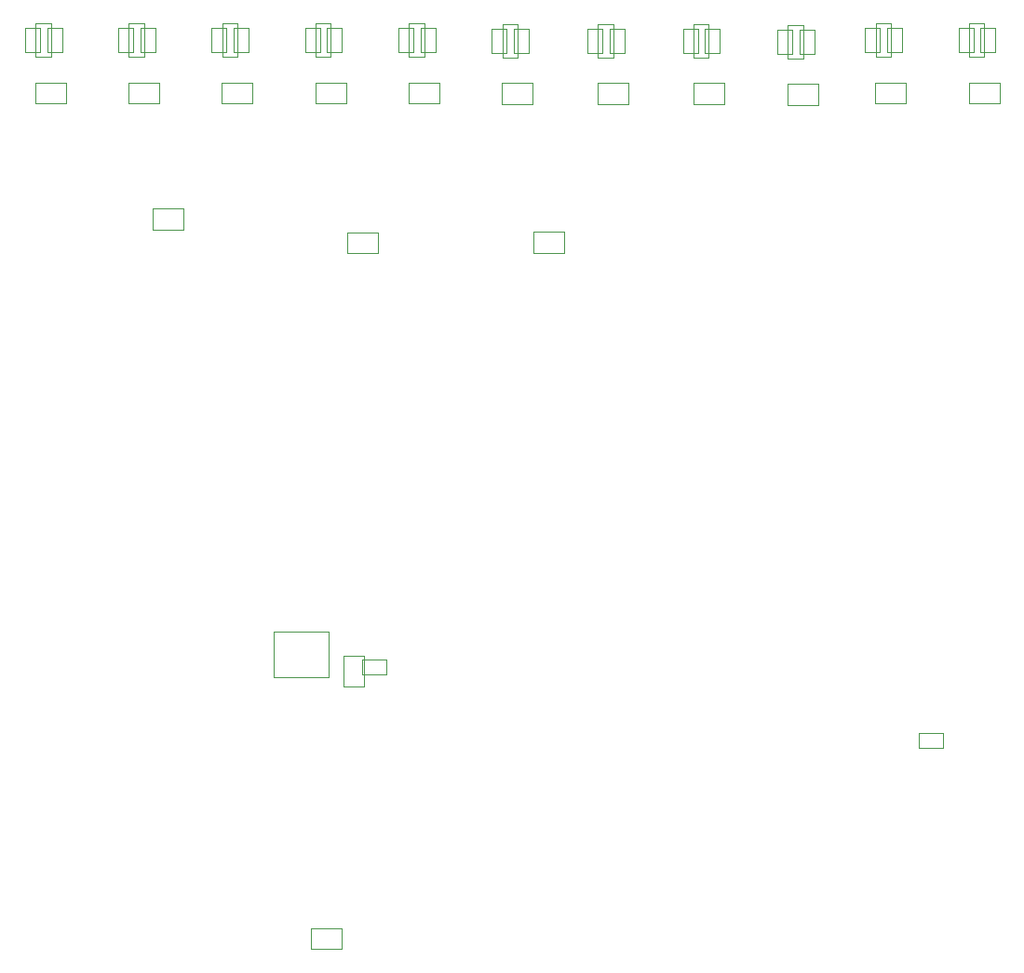
<source format=gbr>
%TF.GenerationSoftware,Altium Limited,Altium Designer,19.1.8 (144)*%
G04 Layer_Color=16711935*
%FSLAX26Y26*%
%MOIN*%
%TF.FileFunction,Other,Mechanical_13*%
%TF.Part,Single*%
G01*
G75*
%TA.AperFunction,NonConductor*%
%ADD50C,0.003937*%
D50*
X1743575Y1594488D02*
X1940425D01*
X1743575Y1755906D02*
X1940425D01*
X1743575Y1594488D02*
Y1755906D01*
X1940425Y1594488D02*
Y1755906D01*
X2059709Y1604425D02*
Y1657575D01*
X2146323Y1604425D02*
Y1657575D01*
X2059709Y1604425D02*
X2146323D01*
X2059709Y1657575D02*
X2146323D01*
X2782118Y3114598D02*
Y3189402D01*
X2671882Y3114598D02*
Y3189402D01*
X2782118D01*
X2671882Y3114598D02*
X2782118D01*
X1876882Y693402D02*
X1987118D01*
X1876882Y618598D02*
X1987118D01*
Y693402D01*
X1876882Y618598D02*
Y693402D01*
X2004882Y3112598D02*
X2115118D01*
X2004882Y3187402D02*
X2115118D01*
X2004882Y3112598D02*
Y3187402D01*
X2115118Y3112598D02*
Y3187402D01*
X1310158Y3197598D02*
X1420394D01*
X1310158Y3272402D02*
X1420394D01*
X1310158Y3197598D02*
Y3272402D01*
X1420394Y3197598D02*
Y3272402D01*
X2066402Y1558882D02*
Y1669118D01*
X1991598Y1558882D02*
Y1669118D01*
X2066402D01*
X1991598Y1558882D02*
X2066402D01*
X1667990Y3648598D02*
Y3723402D01*
X1557754Y3648598D02*
Y3723402D01*
Y3648598D02*
X1667990D01*
X1557754Y3723402D02*
X1667990D01*
X1333699Y3648598D02*
Y3723402D01*
X1223463Y3648598D02*
Y3723402D01*
Y3648598D02*
X1333699D01*
X1223463Y3723402D02*
X1333699D01*
X999409Y3648598D02*
Y3723402D01*
X889173Y3648598D02*
Y3723402D01*
Y3648598D02*
X999409D01*
X889173Y3723402D02*
X999409D01*
X852441Y3832417D02*
X905591D01*
X852441Y3919032D02*
X905591D01*
X852441Y3832417D02*
Y3919032D01*
X905591Y3832417D02*
Y3919032D01*
X1186732Y3832417D02*
X1239882D01*
X1186732Y3919032D02*
X1239882D01*
X1186732Y3832417D02*
Y3919032D01*
X1239882Y3832417D02*
Y3919032D01*
X1521023Y3832417D02*
X1574172D01*
X1521023Y3919032D02*
X1574172D01*
X1521023Y3832417D02*
Y3919032D01*
X1574172Y3832417D02*
Y3919032D01*
X1855313Y3832417D02*
X1908463D01*
X1855313Y3919032D02*
X1908463D01*
X1855313Y3832417D02*
Y3919032D01*
X1908463Y3832417D02*
Y3919032D01*
X2002281Y3648598D02*
Y3723402D01*
X1892044Y3648598D02*
Y3723402D01*
Y3648598D02*
X2002281D01*
X1892044Y3723402D02*
X2002281D01*
X2189604Y3832417D02*
X2242753D01*
X2189604Y3919032D02*
X2242753D01*
X2189604Y3832417D02*
Y3919032D01*
X2242753Y3832417D02*
Y3919032D01*
X3355733Y3647772D02*
Y3722575D01*
X3245497Y3647772D02*
Y3722575D01*
Y3647772D02*
X3355733D01*
X3245497Y3722575D02*
X3355733D01*
X4342315Y3648598D02*
Y3723402D01*
X4232078Y3648598D02*
Y3723402D01*
Y3648598D02*
X4342315D01*
X4232078Y3723402D02*
X4342315D01*
X4008024Y3648598D02*
Y3723402D01*
X3897788Y3648598D02*
Y3723402D01*
Y3648598D02*
X4008024D01*
X3897788Y3723402D02*
X4008024D01*
X3861057Y3832417D02*
X3914206D01*
X3861057Y3919032D02*
X3914206D01*
X3861057Y3832417D02*
Y3919032D01*
X3914206Y3832417D02*
Y3919032D01*
X4195347Y3832417D02*
X4248497D01*
X4195347Y3919032D02*
X4248497D01*
X4195347Y3832417D02*
Y3919032D01*
X4248497Y3832417D02*
Y3919032D01*
X3208766Y3831590D02*
X3261916D01*
X3208766Y3918205D02*
X3261916D01*
X3208766Y3831590D02*
Y3918205D01*
X3261916Y3831590D02*
Y3918205D01*
X2524134Y3831416D02*
X2577283D01*
X2524134Y3918030D02*
X2577283D01*
X2524134Y3831416D02*
Y3918030D01*
X2577283Y3831416D02*
Y3918030D01*
X3546134Y3828243D02*
X3599283D01*
X3546134Y3914858D02*
X3599283D01*
X3546134Y3828243D02*
Y3914858D01*
X3599283Y3828243D02*
Y3914858D01*
X3013101Y3647598D02*
Y3722401D01*
X2902865Y3647598D02*
Y3722401D01*
Y3647598D02*
X3013101D01*
X2902865Y3722401D02*
X3013101D01*
X2336571Y3648598D02*
Y3723402D01*
X2226335Y3648598D02*
Y3723402D01*
Y3648598D02*
X2336571D01*
X2226335Y3723402D02*
X2336571D01*
X2671101Y3647597D02*
Y3722400D01*
X2560865Y3647597D02*
Y3722400D01*
Y3647597D02*
X2671101D01*
X2560865Y3722400D02*
X2671101D01*
X3693101Y3644424D02*
Y3719228D01*
X3582865Y3644424D02*
Y3719228D01*
Y3644424D02*
X3693101D01*
X3582865Y3719228D02*
X3693101D01*
X2866134Y3831416D02*
X2919283D01*
X2866134Y3918031D02*
X2919283D01*
X2866134Y3831416D02*
Y3918031D01*
X2919283Y3831416D02*
Y3918031D01*
X4053552Y1341425D02*
Y1394575D01*
X4140167Y1341425D02*
Y1394575D01*
X4053552D02*
X4140167D01*
X4053552Y1341425D02*
X4140167D01*
X3341207Y3831591D02*
Y3918206D01*
X3288058Y3831591D02*
Y3918206D01*
X3341207D01*
X3288058Y3831591D02*
X3341207D01*
X3993498Y3832418D02*
Y3919032D01*
X3940348Y3832418D02*
Y3919032D01*
X3993498D01*
X3940348Y3832418D02*
X3993498D01*
X4327788D02*
Y3919032D01*
X4274639Y3832418D02*
Y3919032D01*
X4327788D01*
X4274639Y3832418D02*
X4327788D01*
X1987754D02*
Y3919032D01*
X1934605Y3832418D02*
Y3919032D01*
X1987754D01*
X1934605Y3832418D02*
X1987754D01*
X2322045D02*
Y3919032D01*
X2268895Y3832418D02*
Y3919032D01*
X2322045D01*
X2268895Y3832418D02*
X2322045D01*
X2998575Y3831417D02*
Y3918032D01*
X2945425Y3831417D02*
Y3918032D01*
X2998575D01*
X2945425Y3831417D02*
X2998575D01*
X3678575Y3828244D02*
Y3914858D01*
X3625425Y3828244D02*
Y3914858D01*
X3678575D01*
X3625425Y3828244D02*
X3678575D01*
X2656575Y3831416D02*
Y3918031D01*
X2603425Y3831416D02*
Y3918031D01*
X2656575D01*
X2603425Y3831416D02*
X2656575D01*
X1653464Y3832418D02*
Y3919032D01*
X1600314Y3832418D02*
Y3919032D01*
X1653464D01*
X1600314Y3832418D02*
X1653464D01*
X984883D02*
Y3919032D01*
X931733Y3832418D02*
Y3919032D01*
X984883D01*
X931733Y3832418D02*
X984883D01*
X1224134Y3935568D02*
X1279252D01*
X1224134Y3815883D02*
X1279252D01*
Y3935568D01*
X1224134Y3815883D02*
Y3935568D01*
X889843Y3935568D02*
X944961D01*
X889843Y3815883D02*
X944961D01*
Y3935568D01*
X889843Y3815883D02*
Y3935568D01*
X1558424Y3935568D02*
X1613542D01*
X1558424Y3815883D02*
X1613542D01*
Y3935568D01*
X1558424Y3815883D02*
Y3935568D01*
X2561535Y3934566D02*
X2616653D01*
X2561535Y3814881D02*
X2616653D01*
Y3934566D01*
X2561535Y3814881D02*
Y3934566D01*
X3583535Y3931394D02*
X3638653D01*
X3583535Y3811709D02*
X3638653D01*
Y3931394D01*
X3583535Y3811709D02*
Y3931394D01*
X2903535Y3934567D02*
X2958653D01*
X2903535Y3814882D02*
X2958653D01*
Y3934567D01*
X2903535Y3814882D02*
Y3934567D01*
X2227005Y3935568D02*
X2282124D01*
X2227005Y3815883D02*
X2282124D01*
Y3935568D01*
X2227005Y3815883D02*
Y3935568D01*
X1892715D02*
X1947833D01*
X1892715Y3815883D02*
X1947833D01*
Y3935568D01*
X1892715Y3815883D02*
Y3935568D01*
X4232749Y3935568D02*
X4287867D01*
X4232749Y3815883D02*
X4287867D01*
Y3935568D01*
X4232749Y3815883D02*
Y3935568D01*
X3898458D02*
X3953577D01*
X3898458Y3815883D02*
X3953577D01*
Y3935568D01*
X3898458Y3815883D02*
Y3935568D01*
X3246168Y3934741D02*
X3301286D01*
X3246168Y3815056D02*
X3301286D01*
Y3934741D01*
X3246168Y3815056D02*
Y3934741D01*
X1319173Y3832418D02*
Y3919032D01*
X1266024Y3832418D02*
Y3919032D01*
X1319173D01*
X1266024Y3832418D02*
X1319173D01*
%TF.MD5,eccb757090b589acce943fabde91d3b6*%
M02*

</source>
